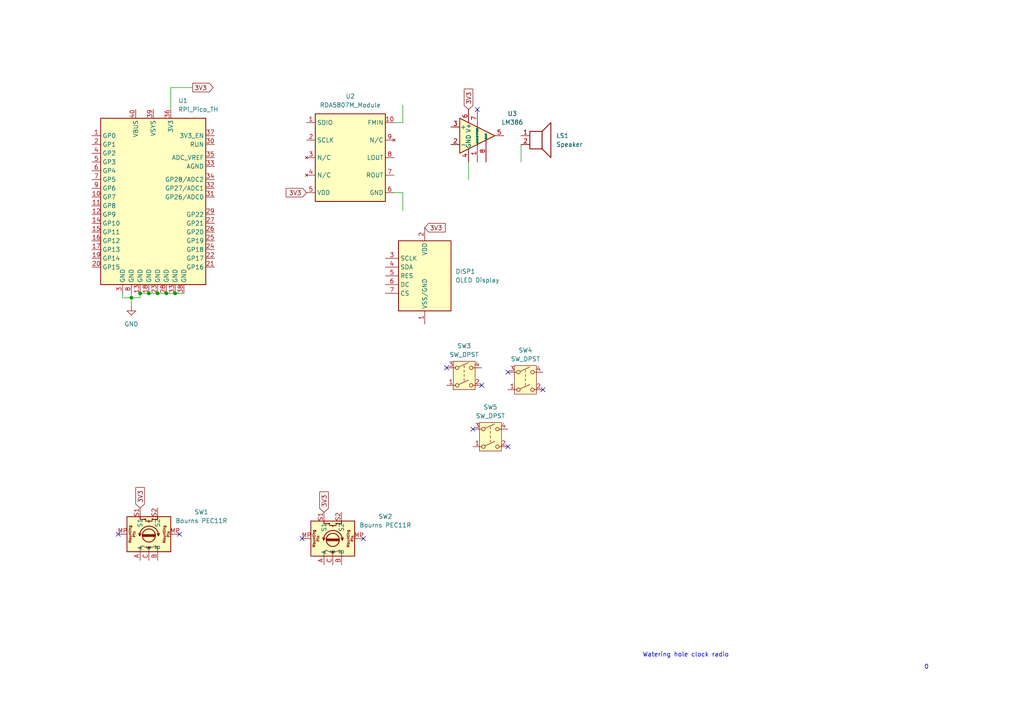
<source format=kicad_sch>
(kicad_sch
	(version 20250114)
	(generator "eeschema")
	(generator_version "9.0")
	(uuid "8b13b629-2587-4760-a406-cfaa0ffcd420")
	(paper "A4")
	(lib_symbols
		(symbol "Amplifier_Audio:LM386"
			(pin_names
				(offset 0.127)
			)
			(exclude_from_sim no)
			(in_bom yes)
			(on_board yes)
			(property "Reference" "U"
				(at 1.27 7.62 0)
				(effects
					(font
						(size 1.27 1.27)
					)
					(justify left)
				)
			)
			(property "Value" "LM386"
				(at 1.27 5.08 0)
				(effects
					(font
						(size 1.27 1.27)
					)
					(justify left)
				)
			)
			(property "Footprint" ""
				(at 2.54 2.54 0)
				(effects
					(font
						(size 1.27 1.27)
					)
					(hide yes)
				)
			)
			(property "Datasheet" "http://www.ti.com/lit/ds/symlink/lm386.pdf"
				(at 5.08 5.08 0)
				(effects
					(font
						(size 1.27 1.27)
					)
					(hide yes)
				)
			)
			(property "Description" "Low Voltage Audio Power Amplifier, DIP-8/SOIC-8/SSOP-8"
				(at 0 0 0)
				(effects
					(font
						(size 1.27 1.27)
					)
					(hide yes)
				)
			)
			(property "ki_keywords" "single Power opamp"
				(at 0 0 0)
				(effects
					(font
						(size 1.27 1.27)
					)
					(hide yes)
				)
			)
			(property "ki_fp_filters" "SOIC*3.9x4.9mm*P1.27mm* DIP*W7.62mm* MSSOP*P0.65mm* TSSOP*3x3mm*P0.5mm*"
				(at 0 0 0)
				(effects
					(font
						(size 1.27 1.27)
					)
					(hide yes)
				)
			)
			(symbol "LM386_0_1"
				(polyline
					(pts
						(xy 5.08 0) (xy -5.08 5.08) (xy -5.08 -5.08) (xy 5.08 0)
					)
					(stroke
						(width 0.254)
						(type default)
					)
					(fill
						(type background)
					)
				)
			)
			(symbol "LM386_1_1"
				(pin input line
					(at -7.62 2.54 0)
					(length 2.54)
					(name "+"
						(effects
							(font
								(size 1.27 1.27)
							)
						)
					)
					(number "3"
						(effects
							(font
								(size 1.27 1.27)
							)
						)
					)
				)
				(pin input line
					(at -7.62 -2.54 0)
					(length 2.54)
					(name "-"
						(effects
							(font
								(size 1.27 1.27)
							)
						)
					)
					(number "2"
						(effects
							(font
								(size 1.27 1.27)
							)
						)
					)
				)
				(pin power_in line
					(at -2.54 7.62 270)
					(length 3.81)
					(name "V+"
						(effects
							(font
								(size 1.27 1.27)
							)
						)
					)
					(number "6"
						(effects
							(font
								(size 1.27 1.27)
							)
						)
					)
				)
				(pin power_in line
					(at -2.54 -7.62 90)
					(length 3.81)
					(name "GND"
						(effects
							(font
								(size 1.27 1.27)
							)
						)
					)
					(number "4"
						(effects
							(font
								(size 1.27 1.27)
							)
						)
					)
				)
				(pin input line
					(at 0 7.62 270)
					(length 5.08)
					(name "BYPASS"
						(effects
							(font
								(size 0.508 0.508)
							)
						)
					)
					(number "7"
						(effects
							(font
								(size 1.27 1.27)
							)
						)
					)
				)
				(pin input line
					(at 0 -7.62 90)
					(length 5.08)
					(name "GAIN"
						(effects
							(font
								(size 0.508 0.508)
							)
						)
					)
					(number "1"
						(effects
							(font
								(size 1.27 1.27)
							)
						)
					)
				)
				(pin input line
					(at 2.54 -7.62 90)
					(length 6.35)
					(name "GAIN"
						(effects
							(font
								(size 0.508 0.508)
							)
						)
					)
					(number "8"
						(effects
							(font
								(size 1.27 1.27)
							)
						)
					)
				)
				(pin output line
					(at 7.62 0 180)
					(length 2.54)
					(name "~"
						(effects
							(font
								(size 1.27 1.27)
							)
						)
					)
					(number "5"
						(effects
							(font
								(size 1.27 1.27)
							)
						)
					)
				)
			)
			(embedded_fonts no)
		)
		(symbol "Bourns PEC11R_1"
			(exclude_from_sim no)
			(in_bom yes)
			(on_board yes)
			(property "Reference" "SW?"
				(at 7.62 7.62 0)
				(effects
					(font
						(size 1.27 1.27)
					)
					(justify left)
				)
			)
			(property "Value" "Bourns PEC11R"
				(at 7.62 5.08 0)
				(effects
					(font
						(size 1.27 1.27)
					)
					(justify left)
				)
			)
			(property "Footprint" "Rotary_Encoder:RotaryEncoder_Alps_EC12E-Switch_Vertical_H20mm"
				(at 39.37 -7.62 0)
				(effects
					(font
						(size 1.27 1.27)
					)
					(hide yes)
				)
			)
			(property "Datasheet" ""
				(at 0 0 90)
				(effects
					(font
						(size 1.27 1.27)
					)
					(hide yes)
				)
			)
			(property "Description" ""
				(at 0 0 0)
				(effects
					(font
						(size 1.27 1.27)
					)
					(hide yes)
				)
			)
			(symbol "Bourns PEC11R_1_0_0"
				(text "Mounting\nPin"
					(at -4.8504 0.0079 900)
					(effects
						(font
							(size 0.762 0.762)
						)
					)
				)
				(text "Mounting\nPin"
					(at 5.08 0 900)
					(effects
						(font
							(size 0.762 0.762)
						)
					)
				)
			)
			(symbol "Bourns PEC11R_1_0_1"
				(rectangle
					(start -6.35 5.08)
					(end 6.35 -5.08)
					(stroke
						(width 0.254)
						(type default)
					)
					(fill
						(type background)
					)
				)
				(polyline
					(pts
						(xy -2.921 0.254) (xy -2.667 -0.508) (xy -2.286 0.127)
					)
					(stroke
						(width 0.254)
						(type default)
					)
					(fill
						(type none)
					)
				)
				(polyline
					(pts
						(xy -2.54 5.08) (xy -2.54 4.318) (xy -1.016 4.318)
					)
					(stroke
						(width 0.254)
						(type default)
					)
					(fill
						(type none)
					)
				)
				(polyline
					(pts
						(xy -2.54 -5.08) (xy -2.54 -3.81) (xy -2.032 -3.81)
					)
					(stroke
						(width 0)
						(type default)
					)
					(fill
						(type none)
					)
				)
				(polyline
					(pts
						(xy -1.778 -0.127) (xy 1.778 -0.127)
					)
					(stroke
						(width 0.254)
						(type default)
					)
					(fill
						(type none)
					)
				)
				(circle
					(center -1.016 4.318)
					(radius 0.127)
					(stroke
						(width 0.254)
						(type default)
					)
					(fill
						(type none)
					)
				)
				(polyline
					(pts
						(xy -1.016 3.81) (xy 1.016 3.81)
					)
					(stroke
						(width 0.254)
						(type default)
					)
					(fill
						(type none)
					)
				)
				(polyline
					(pts
						(xy 0 3.81) (xy 0 3.429)
					)
					(stroke
						(width 0.254)
						(type default)
					)
					(fill
						(type none)
					)
				)
				(circle
					(center 0 -0.381)
					(radius 1.905)
					(stroke
						(width 0.254)
						(type default)
					)
					(fill
						(type none)
					)
				)
				(circle
					(center 0 -3.81)
					(radius 0.254)
					(stroke
						(width 0)
						(type default)
					)
					(fill
						(type outline)
					)
				)
				(polyline
					(pts
						(xy 0 -4.318) (xy 0 -3.81) (xy -1.016 -3.81) (xy -2.032 -3.302)
					)
					(stroke
						(width 0)
						(type default)
					)
					(fill
						(type none)
					)
				)
				(polyline
					(pts
						(xy 0 -5.08) (xy 0 -3.81) (xy 1.016 -3.81) (xy 2.032 -3.302)
					)
					(stroke
						(width 0)
						(type default)
					)
					(fill
						(type none)
					)
				)
				(arc
					(start -2.667 -0.381)
					(mid 0.0635 2.3376)
					(end 2.794 -0.381)
					(stroke
						(width 0.254)
						(type default)
					)
					(fill
						(type none)
					)
				)
				(circle
					(center 1.016 4.318)
					(radius 0.127)
					(stroke
						(width 0.254)
						(type default)
					)
					(fill
						(type none)
					)
				)
				(polyline
					(pts
						(xy 1.778 -0.381) (xy -1.778 -0.381)
					)
					(stroke
						(width 0.254)
						(type default)
					)
					(fill
						(type none)
					)
				)
				(polyline
					(pts
						(xy 1.778 -0.635) (xy -1.778 -0.635)
					)
					(stroke
						(width 0.254)
						(type default)
					)
					(fill
						(type none)
					)
				)
				(polyline
					(pts
						(xy 2.54 5.08) (xy 2.54 4.318) (xy 1.016 4.318)
					)
					(stroke
						(width 0.254)
						(type default)
					)
					(fill
						(type none)
					)
				)
				(polyline
					(pts
						(xy 2.54 -5.08) (xy 2.54 -3.81) (xy 2.032 -3.81)
					)
					(stroke
						(width 0)
						(type default)
					)
					(fill
						(type none)
					)
				)
				(polyline
					(pts
						(xy 3.048 0.254) (xy 2.794 -0.508) (xy 2.413 0.127)
					)
					(stroke
						(width 0.254)
						(type default)
					)
					(fill
						(type none)
					)
				)
			)
			(symbol "Bourns PEC11R_1_1_1"
				(pin passive line
					(at -8.89 0 0)
					(length 2.54)
					(name ""
						(effects
							(font
								(size 1.27 1.27)
							)
						)
					)
					(number "MP"
						(effects
							(font
								(size 1.27 1.27)
							)
						)
					)
				)
				(pin passive line
					(at -2.54 7.62 270)
					(length 2.54)
					(name "S1"
						(effects
							(font
								(size 1.27 1.27)
							)
						)
					)
					(number "S1"
						(effects
							(font
								(size 1.27 1.27)
							)
						)
					)
				)
				(pin passive line
					(at -2.54 -7.62 90)
					(length 2.54)
					(name "A"
						(effects
							(font
								(size 1.27 1.27)
							)
						)
					)
					(number "A"
						(effects
							(font
								(size 1.27 1.27)
							)
						)
					)
				)
				(pin passive line
					(at 0 -7.62 90)
					(length 2.54)
					(name "C"
						(effects
							(font
								(size 1.27 1.27)
							)
						)
					)
					(number "C"
						(effects
							(font
								(size 1.27 1.27)
							)
						)
					)
				)
				(pin passive line
					(at 2.54 7.62 270)
					(length 2.54)
					(name "S2"
						(effects
							(font
								(size 1.27 1.27)
							)
						)
					)
					(number "S2"
						(effects
							(font
								(size 1.27 1.27)
							)
						)
					)
				)
				(pin passive line
					(at 2.54 -7.62 90)
					(length 2.54)
					(name "B"
						(effects
							(font
								(size 1.27 1.27)
							)
						)
					)
					(number "B"
						(effects
							(font
								(size 1.27 1.27)
							)
						)
					)
				)
				(pin passive line
					(at 8.89 0 180)
					(length 2.54)
					(name ""
						(effects
							(font
								(size 1.27 1.27)
							)
						)
					)
					(number "MP"
						(effects
							(font
								(size 1.27 1.27)
							)
						)
					)
				)
			)
			(embedded_fonts no)
		)
		(symbol "Device:Speaker"
			(pin_names
				(offset 0)
				(hide yes)
			)
			(exclude_from_sim no)
			(in_bom yes)
			(on_board yes)
			(property "Reference" "LS"
				(at 1.27 5.715 0)
				(effects
					(font
						(size 1.27 1.27)
					)
					(justify right)
				)
			)
			(property "Value" "Speaker"
				(at 1.27 3.81 0)
				(effects
					(font
						(size 1.27 1.27)
					)
					(justify right)
				)
			)
			(property "Footprint" ""
				(at 0 -5.08 0)
				(effects
					(font
						(size 1.27 1.27)
					)
					(hide yes)
				)
			)
			(property "Datasheet" "~"
				(at -0.254 -1.27 0)
				(effects
					(font
						(size 1.27 1.27)
					)
					(hide yes)
				)
			)
			(property "Description" "Speaker"
				(at 0 0 0)
				(effects
					(font
						(size 1.27 1.27)
					)
					(hide yes)
				)
			)
			(property "ki_keywords" "speaker sound"
				(at 0 0 0)
				(effects
					(font
						(size 1.27 1.27)
					)
					(hide yes)
				)
			)
			(symbol "Speaker_0_0"
				(rectangle
					(start -2.54 1.27)
					(end 1.016 -3.81)
					(stroke
						(width 0.254)
						(type default)
					)
					(fill
						(type none)
					)
				)
				(polyline
					(pts
						(xy 1.016 1.27) (xy 3.556 3.81) (xy 3.556 -6.35) (xy 1.016 -3.81)
					)
					(stroke
						(width 0.254)
						(type default)
					)
					(fill
						(type none)
					)
				)
			)
			(symbol "Speaker_1_1"
				(pin input line
					(at -5.08 0 0)
					(length 2.54)
					(name "1"
						(effects
							(font
								(size 1.27 1.27)
							)
						)
					)
					(number "1"
						(effects
							(font
								(size 1.27 1.27)
							)
						)
					)
				)
				(pin input line
					(at -5.08 -2.54 0)
					(length 2.54)
					(name "2"
						(effects
							(font
								(size 1.27 1.27)
							)
						)
					)
					(number "2"
						(effects
							(font
								(size 1.27 1.27)
							)
						)
					)
				)
			)
			(embedded_fonts no)
		)
		(symbol "ECE:Bourns PEC11R"
			(exclude_from_sim no)
			(in_bom yes)
			(on_board yes)
			(property "Reference" "SW?"
				(at 7.62 7.62 0)
				(effects
					(font
						(size 1.27 1.27)
					)
					(justify left)
				)
			)
			(property "Value" "Bourns PEC11R"
				(at 7.62 5.08 0)
				(effects
					(font
						(size 1.27 1.27)
					)
					(justify left)
				)
			)
			(property "Footprint" "Rotary_Encoder:RotaryEncoder_Alps_EC12E-Switch_Vertical_H20mm"
				(at 39.37 -7.62 0)
				(effects
					(font
						(size 1.27 1.27)
					)
					(hide yes)
				)
			)
			(property "Datasheet" ""
				(at 0 0 90)
				(effects
					(font
						(size 1.27 1.27)
					)
					(hide yes)
				)
			)
			(property "Description" ""
				(at 0 0 0)
				(effects
					(font
						(size 1.27 1.27)
					)
					(hide yes)
				)
			)
			(symbol "Bourns PEC11R_0_0"
				(text "Mounting\nPin"
					(at -4.8504 0.0079 900)
					(effects
						(font
							(size 0.762 0.762)
						)
					)
				)
				(text "Mounting\nPin"
					(at 5.08 0 900)
					(effects
						(font
							(size 0.762 0.762)
						)
					)
				)
			)
			(symbol "Bourns PEC11R_0_1"
				(rectangle
					(start -6.35 5.08)
					(end 6.35 -5.08)
					(stroke
						(width 0.254)
						(type default)
					)
					(fill
						(type background)
					)
				)
				(polyline
					(pts
						(xy -2.921 0.254) (xy -2.667 -0.508) (xy -2.286 0.127)
					)
					(stroke
						(width 0.254)
						(type default)
					)
					(fill
						(type none)
					)
				)
				(polyline
					(pts
						(xy -2.54 5.08) (xy -2.54 4.318) (xy -1.016 4.318)
					)
					(stroke
						(width 0.254)
						(type default)
					)
					(fill
						(type none)
					)
				)
				(polyline
					(pts
						(xy -2.54 -5.08) (xy -2.54 -3.81) (xy -2.032 -3.81)
					)
					(stroke
						(width 0)
						(type default)
					)
					(fill
						(type none)
					)
				)
				(polyline
					(pts
						(xy -1.778 -0.127) (xy 1.778 -0.127)
					)
					(stroke
						(width 0.254)
						(type default)
					)
					(fill
						(type none)
					)
				)
				(circle
					(center -1.016 4.318)
					(radius 0.127)
					(stroke
						(width 0.254)
						(type default)
					)
					(fill
						(type none)
					)
				)
				(polyline
					(pts
						(xy -1.016 3.81) (xy 1.016 3.81)
					)
					(stroke
						(width 0.254)
						(type default)
					)
					(fill
						(type none)
					)
				)
				(polyline
					(pts
						(xy 0 3.81) (xy 0 3.429)
					)
					(stroke
						(width 0.254)
						(type default)
					)
					(fill
						(type none)
					)
				)
				(circle
					(center 0 -0.381)
					(radius 1.905)
					(stroke
						(width 0.254)
						(type default)
					)
					(fill
						(type none)
					)
				)
				(circle
					(center 0 -3.81)
					(radius 0.254)
					(stroke
						(width 0)
						(type default)
					)
					(fill
						(type outline)
					)
				)
				(polyline
					(pts
						(xy 0 -4.318) (xy 0 -3.81) (xy -1.016 -3.81) (xy -2.032 -3.302)
					)
					(stroke
						(width 0)
						(type default)
					)
					(fill
						(type none)
					)
				)
				(polyline
					(pts
						(xy 0 -5.08) (xy 0 -3.81) (xy 1.016 -3.81) (xy 2.032 -3.302)
					)
					(stroke
						(width 0)
						(type default)
					)
					(fill
						(type none)
					)
				)
				(arc
					(start -2.667 -0.381)
					(mid 0.0635 2.3376)
					(end 2.794 -0.381)
					(stroke
						(width 0.254)
						(type default)
					)
					(fill
						(type none)
					)
				)
				(circle
					(center 1.016 4.318)
					(radius 0.127)
					(stroke
						(width 0.254)
						(type default)
					)
					(fill
						(type none)
					)
				)
				(polyline
					(pts
						(xy 1.778 -0.381) (xy -1.778 -0.381)
					)
					(stroke
						(width 0.254)
						(type default)
					)
					(fill
						(type none)
					)
				)
				(polyline
					(pts
						(xy 1.778 -0.635) (xy -1.778 -0.635)
					)
					(stroke
						(width 0.254)
						(type default)
					)
					(fill
						(type none)
					)
				)
				(polyline
					(pts
						(xy 2.54 5.08) (xy 2.54 4.318) (xy 1.016 4.318)
					)
					(stroke
						(width 0.254)
						(type default)
					)
					(fill
						(type none)
					)
				)
				(polyline
					(pts
						(xy 2.54 -5.08) (xy 2.54 -3.81) (xy 2.032 -3.81)
					)
					(stroke
						(width 0)
						(type default)
					)
					(fill
						(type none)
					)
				)
				(polyline
					(pts
						(xy 3.048 0.254) (xy 2.794 -0.508) (xy 2.413 0.127)
					)
					(stroke
						(width 0.254)
						(type default)
					)
					(fill
						(type none)
					)
				)
			)
			(symbol "Bourns PEC11R_1_1"
				(pin passive line
					(at -8.89 0 0)
					(length 2.54)
					(name ""
						(effects
							(font
								(size 1.27 1.27)
							)
						)
					)
					(number "MP"
						(effects
							(font
								(size 1.27 1.27)
							)
						)
					)
				)
				(pin passive line
					(at -2.54 7.62 270)
					(length 2.54)
					(name "S1"
						(effects
							(font
								(size 1.27 1.27)
							)
						)
					)
					(number "S1"
						(effects
							(font
								(size 1.27 1.27)
							)
						)
					)
				)
				(pin passive line
					(at -2.54 -7.62 90)
					(length 2.54)
					(name "A"
						(effects
							(font
								(size 1.27 1.27)
							)
						)
					)
					(number "A"
						(effects
							(font
								(size 1.27 1.27)
							)
						)
					)
				)
				(pin passive line
					(at 0 -7.62 90)
					(length 2.54)
					(name "C"
						(effects
							(font
								(size 1.27 1.27)
							)
						)
					)
					(number "C"
						(effects
							(font
								(size 1.27 1.27)
							)
						)
					)
				)
				(pin passive line
					(at 2.54 7.62 270)
					(length 2.54)
					(name "S2"
						(effects
							(font
								(size 1.27 1.27)
							)
						)
					)
					(number "S2"
						(effects
							(font
								(size 1.27 1.27)
							)
						)
					)
				)
				(pin passive line
					(at 2.54 -7.62 90)
					(length 2.54)
					(name "B"
						(effects
							(font
								(size 1.27 1.27)
							)
						)
					)
					(number "B"
						(effects
							(font
								(size 1.27 1.27)
							)
						)
					)
				)
				(pin passive line
					(at 8.89 0 180)
					(length 2.54)
					(name ""
						(effects
							(font
								(size 1.27 1.27)
							)
						)
					)
					(number "MP"
						(effects
							(font
								(size 1.27 1.27)
							)
						)
					)
				)
			)
			(embedded_fonts no)
		)
		(symbol "ECE:OLED Display"
			(exclude_from_sim no)
			(in_bom yes)
			(on_board yes)
			(property "Reference" "DISP?"
				(at 8.89 -1.27 0)
				(effects
					(font
						(size 1.27 1.27)
					)
					(justify left)
				)
			)
			(property "Value" "OLED Display"
				(at 8.89 1.27 0)
				(effects
					(font
						(size 1.27 1.27)
					)
					(justify left)
				)
			)
			(property "Footprint" ""
				(at 0 0 0)
				(effects
					(font
						(size 1.27 1.27)
					)
					(hide yes)
				)
			)
			(property "Datasheet" ""
				(at 0 0 0)
				(effects
					(font
						(size 1.27 1.27)
					)
					(hide yes)
				)
			)
			(property "Description" ""
				(at 0 0 0)
				(effects
					(font
						(size 1.27 1.27)
					)
					(hide yes)
				)
			)
			(symbol "OLED Display_1_1"
				(rectangle
					(start -7.62 10.16)
					(end 7.62 -10.16)
					(stroke
						(width 0.254)
						(type default)
					)
					(fill
						(type background)
					)
				)
				(pin input line
					(at -11.43 5.08 0)
					(length 3.81)
					(name "SCLK"
						(effects
							(font
								(size 1.27 1.27)
							)
						)
					)
					(number "3"
						(effects
							(font
								(size 1.27 1.27)
							)
						)
					)
				)
				(pin output line
					(at -11.43 2.54 0)
					(length 3.81)
					(name "SDA"
						(effects
							(font
								(size 1.27 1.27)
							)
						)
					)
					(number "4"
						(effects
							(font
								(size 1.27 1.27)
							)
						)
					)
				)
				(pin input line
					(at -11.43 0 0)
					(length 3.81)
					(name "RES"
						(effects
							(font
								(size 1.27 1.27)
							)
						)
					)
					(number "5"
						(effects
							(font
								(size 1.27 1.27)
							)
						)
					)
				)
				(pin input line
					(at -11.43 -2.54 0)
					(length 3.81)
					(name "DC"
						(effects
							(font
								(size 1.27 1.27)
							)
						)
					)
					(number "6"
						(effects
							(font
								(size 1.27 1.27)
							)
						)
					)
				)
				(pin input line
					(at -11.43 -5.08 0)
					(length 3.81)
					(name "CS"
						(effects
							(font
								(size 1.27 1.27)
							)
						)
					)
					(number "7"
						(effects
							(font
								(size 1.27 1.27)
							)
						)
					)
				)
				(pin power_in line
					(at 0 13.97 270)
					(length 3.81)
					(name "VDD"
						(effects
							(font
								(size 1.27 1.27)
							)
						)
					)
					(number "2"
						(effects
							(font
								(size 1.27 1.27)
							)
						)
					)
				)
				(pin power_in line
					(at 0 -13.97 90)
					(length 3.81)
					(name "VSS/GND"
						(effects
							(font
								(size 1.27 1.27)
							)
						)
					)
					(number "1"
						(effects
							(font
								(size 1.27 1.27)
							)
						)
					)
				)
			)
			(embedded_fonts no)
		)
		(symbol "ECE:RDA5807M_Module"
			(exclude_from_sim no)
			(in_bom yes)
			(on_board yes)
			(property "Reference" "U"
				(at -8.89 16.51 0)
				(effects
					(font
						(size 1.27 1.27)
					)
					(justify left)
				)
			)
			(property "Value" "RDA5807M_Module"
				(at -8.89 13.97 0)
				(effects
					(font
						(size 1.27 1.27)
					)
					(justify left)
				)
			)
			(property "Footprint" "ECE:RDA5807M_Module_TH"
				(at 0 1.27 0)
				(effects
					(font
						(size 1.27 1.27)
					)
					(hide yes)
				)
			)
			(property "Datasheet" ""
				(at 0 1.27 0)
				(effects
					(font
						(size 1.27 1.27)
					)
					(hide yes)
				)
			)
			(property "Description" ""
				(at 0 0 0)
				(effects
					(font
						(size 1.27 1.27)
					)
					(hide yes)
				)
			)
			(property "ki_fp_filters" "RDA5807M_Module_SM RDA5807M_Module_TH"
				(at 0 0 0)
				(effects
					(font
						(size 1.27 1.27)
					)
					(hide yes)
				)
			)
			(symbol "RDA5807M_Module_0_1"
				(rectangle
					(start -10.16 12.7)
					(end 10.16 -12.7)
					(stroke
						(width 0.254)
						(type default)
					)
					(fill
						(type background)
					)
				)
			)
			(symbol "RDA5807M_Module_1_1"
				(pin bidirectional line
					(at -12.7 10.16 0)
					(length 2.54)
					(name "SDIO"
						(effects
							(font
								(size 1.27 1.27)
							)
						)
					)
					(number "1"
						(effects
							(font
								(size 1.27 1.27)
							)
						)
					)
				)
				(pin input line
					(at -12.7 5.08 0)
					(length 2.54)
					(name "SCLK"
						(effects
							(font
								(size 1.27 1.27)
							)
						)
					)
					(number "2"
						(effects
							(font
								(size 1.27 1.27)
							)
						)
					)
				)
				(pin no_connect line
					(at -12.7 0 0)
					(length 2.54)
					(name "N/C"
						(effects
							(font
								(size 1.27 1.27)
							)
						)
					)
					(number "3"
						(effects
							(font
								(size 1.27 1.27)
							)
						)
					)
				)
				(pin no_connect line
					(at -12.7 -5.08 0)
					(length 2.54)
					(name "N/C"
						(effects
							(font
								(size 1.27 1.27)
							)
						)
					)
					(number "4"
						(effects
							(font
								(size 1.27 1.27)
							)
						)
					)
				)
				(pin power_in line
					(at -12.7 -10.16 0)
					(length 2.54)
					(name "VDD"
						(effects
							(font
								(size 1.27 1.27)
							)
						)
					)
					(number "5"
						(effects
							(font
								(size 1.27 1.27)
							)
						)
					)
				)
				(pin input line
					(at 12.7 10.16 180)
					(length 2.54)
					(name "FMIN"
						(effects
							(font
								(size 1.27 1.27)
							)
						)
					)
					(number "10"
						(effects
							(font
								(size 1.27 1.27)
							)
						)
					)
				)
				(pin no_connect line
					(at 12.7 5.08 180)
					(length 2.54)
					(name "N/C"
						(effects
							(font
								(size 1.27 1.27)
							)
						)
					)
					(number "9"
						(effects
							(font
								(size 1.27 1.27)
							)
						)
					)
				)
				(pin output line
					(at 12.7 0 180)
					(length 2.54)
					(name "LOUT"
						(effects
							(font
								(size 1.27 1.27)
							)
						)
					)
					(number "8"
						(effects
							(font
								(size 1.27 1.27)
							)
						)
					)
				)
				(pin output line
					(at 12.7 -5.08 180)
					(length 2.54)
					(name "ROUT"
						(effects
							(font
								(size 1.27 1.27)
							)
						)
					)
					(number "7"
						(effects
							(font
								(size 1.27 1.27)
							)
						)
					)
				)
				(pin power_in line
					(at 12.7 -10.16 180)
					(length 2.54)
					(name "GND"
						(effects
							(font
								(size 1.27 1.27)
							)
						)
					)
					(number "6"
						(effects
							(font
								(size 1.27 1.27)
							)
						)
					)
				)
			)
			(embedded_fonts no)
		)
		(symbol "ECE:RPi_Pico_TH"
			(exclude_from_sim no)
			(in_bom yes)
			(on_board yes)
			(property "Reference" "U?"
				(at 0 1.27 0)
				(effects
					(font
						(size 1.27 1.27)
					)
				)
			)
			(property "Value" "RPi_Pico_TH"
				(at 0 -1.27 0)
				(effects
					(font
						(size 1.27 1.27)
					)
				)
			)
			(property "Footprint" "ECE:RPi_Pico_TH"
				(at 0 -3.81 0)
				(effects
					(font
						(size 1.27 1.27)
					)
					(hide yes)
				)
			)
			(property "Datasheet" ""
				(at 0 -2.54 0)
				(effects
					(font
						(size 1.27 1.27)
					)
					(hide yes)
				)
			)
			(property "Description" "Raspberry Pi Pico"
				(at 0 0 0)
				(effects
					(font
						(size 1.27 1.27)
					)
					(hide yes)
				)
			)
			(property "ki_keywords" "Raspberry Pi Pico"
				(at 0 0 0)
				(effects
					(font
						(size 1.27 1.27)
					)
					(hide yes)
				)
			)
			(symbol "RPi_Pico_TH_0_1"
				(rectangle
					(start -15.24 24.13)
					(end 15.24 -24.13)
					(stroke
						(width 0.254)
						(type default)
					)
					(fill
						(type background)
					)
				)
			)
			(symbol "RPi_Pico_TH_1_1"
				(pin bidirectional line
					(at -17.78 19.05 0)
					(length 2.54)
					(name "GP0"
						(effects
							(font
								(size 1.27 1.27)
							)
						)
					)
					(number "1"
						(effects
							(font
								(size 1.27 1.27)
							)
						)
					)
				)
				(pin bidirectional line
					(at -17.78 16.51 0)
					(length 2.54)
					(name "GP1"
						(effects
							(font
								(size 1.27 1.27)
							)
						)
					)
					(number "2"
						(effects
							(font
								(size 1.27 1.27)
							)
						)
					)
				)
				(pin bidirectional line
					(at -17.78 13.97 0)
					(length 2.54)
					(name "GP2"
						(effects
							(font
								(size 1.27 1.27)
							)
						)
					)
					(number "4"
						(effects
							(font
								(size 1.27 1.27)
							)
						)
					)
				)
				(pin bidirectional line
					(at -17.78 11.43 0)
					(length 2.54)
					(name "GP3"
						(effects
							(font
								(size 1.27 1.27)
							)
						)
					)
					(number "5"
						(effects
							(font
								(size 1.27 1.27)
							)
						)
					)
				)
				(pin bidirectional line
					(at -17.78 8.89 0)
					(length 2.54)
					(name "GP4"
						(effects
							(font
								(size 1.27 1.27)
							)
						)
					)
					(number "6"
						(effects
							(font
								(size 1.27 1.27)
							)
						)
					)
				)
				(pin bidirectional line
					(at -17.78 6.35 0)
					(length 2.54)
					(name "GP5"
						(effects
							(font
								(size 1.27 1.27)
							)
						)
					)
					(number "7"
						(effects
							(font
								(size 1.27 1.27)
							)
						)
					)
				)
				(pin bidirectional line
					(at -17.78 3.81 0)
					(length 2.54)
					(name "GP6"
						(effects
							(font
								(size 1.27 1.27)
							)
						)
					)
					(number "9"
						(effects
							(font
								(size 1.27 1.27)
							)
						)
					)
				)
				(pin bidirectional line
					(at -17.78 1.27 0)
					(length 2.54)
					(name "GP7"
						(effects
							(font
								(size 1.27 1.27)
							)
						)
					)
					(number "10"
						(effects
							(font
								(size 1.27 1.27)
							)
						)
					)
				)
				(pin bidirectional line
					(at -17.78 -1.27 0)
					(length 2.54)
					(name "GP8"
						(effects
							(font
								(size 1.27 1.27)
							)
						)
					)
					(number "11"
						(effects
							(font
								(size 1.27 1.27)
							)
						)
					)
				)
				(pin bidirectional line
					(at -17.78 -3.81 0)
					(length 2.54)
					(name "GP9"
						(effects
							(font
								(size 1.27 1.27)
							)
						)
					)
					(number "12"
						(effects
							(font
								(size 1.27 1.27)
							)
						)
					)
				)
				(pin bidirectional line
					(at -17.78 -6.35 0)
					(length 2.54)
					(name "GP10"
						(effects
							(font
								(size 1.27 1.27)
							)
						)
					)
					(number "14"
						(effects
							(font
								(size 1.27 1.27)
							)
						)
					)
				)
				(pin bidirectional line
					(at -17.78 -8.89 0)
					(length 2.54)
					(name "GP11"
						(effects
							(font
								(size 1.27 1.27)
							)
						)
					)
					(number "15"
						(effects
							(font
								(size 1.27 1.27)
							)
						)
					)
				)
				(pin bidirectional line
					(at -17.78 -11.43 0)
					(length 2.54)
					(name "GP12"
						(effects
							(font
								(size 1.27 1.27)
							)
						)
					)
					(number "16"
						(effects
							(font
								(size 1.27 1.27)
							)
						)
					)
				)
				(pin bidirectional line
					(at -17.78 -13.97 0)
					(length 2.54)
					(name "GP13"
						(effects
							(font
								(size 1.27 1.27)
							)
						)
					)
					(number "17"
						(effects
							(font
								(size 1.27 1.27)
							)
						)
					)
				)
				(pin bidirectional line
					(at -17.78 -16.51 0)
					(length 2.54)
					(name "GP14"
						(effects
							(font
								(size 1.27 1.27)
							)
						)
					)
					(number "19"
						(effects
							(font
								(size 1.27 1.27)
							)
						)
					)
				)
				(pin bidirectional line
					(at -17.78 -19.05 0)
					(length 2.54)
					(name "GP15"
						(effects
							(font
								(size 1.27 1.27)
							)
						)
					)
					(number "20"
						(effects
							(font
								(size 1.27 1.27)
							)
						)
					)
				)
				(pin power_in line
					(at -8.89 -26.67 90)
					(length 2.54)
					(name "GND"
						(effects
							(font
								(size 1.27 1.27)
							)
						)
					)
					(number "3"
						(effects
							(font
								(size 1.27 1.27)
							)
						)
					)
				)
				(pin power_in line
					(at -6.35 -26.67 90)
					(length 2.54)
					(name "GND"
						(effects
							(font
								(size 1.27 1.27)
							)
						)
					)
					(number "8"
						(effects
							(font
								(size 1.27 1.27)
							)
						)
					)
				)
				(pin power_in line
					(at -5.08 26.67 270)
					(length 2.54)
					(name "VBUS"
						(effects
							(font
								(size 1.27 1.27)
							)
						)
					)
					(number "40"
						(effects
							(font
								(size 1.27 1.27)
							)
						)
					)
				)
				(pin power_in line
					(at -3.81 -26.67 90)
					(length 2.54)
					(name "GND"
						(effects
							(font
								(size 1.27 1.27)
							)
						)
					)
					(number "13"
						(effects
							(font
								(size 1.27 1.27)
							)
						)
					)
				)
				(pin power_in line
					(at -1.27 -26.67 90)
					(length 2.54)
					(name "GND"
						(effects
							(font
								(size 1.27 1.27)
							)
						)
					)
					(number "18"
						(effects
							(font
								(size 1.27 1.27)
							)
						)
					)
				)
				(pin power_out line
					(at 0 26.67 270)
					(length 2.54)
					(name "VSYS"
						(effects
							(font
								(size 1.27 1.27)
							)
						)
					)
					(number "39"
						(effects
							(font
								(size 1.27 1.27)
							)
						)
					)
				)
				(pin power_in line
					(at 1.27 -26.67 90)
					(length 2.54)
					(name "GND"
						(effects
							(font
								(size 1.27 1.27)
							)
						)
					)
					(number "23"
						(effects
							(font
								(size 1.27 1.27)
							)
						)
					)
				)
				(pin power_in line
					(at 3.81 -26.67 90)
					(length 2.54)
					(name "GND"
						(effects
							(font
								(size 1.27 1.27)
							)
						)
					)
					(number "28"
						(effects
							(font
								(size 1.27 1.27)
							)
						)
					)
				)
				(pin power_out line
					(at 5.08 26.67 270)
					(length 2.54)
					(name "3V3"
						(effects
							(font
								(size 1.27 1.27)
							)
						)
					)
					(number "36"
						(effects
							(font
								(size 1.27 1.27)
							)
						)
					)
				)
				(pin power_in line
					(at 6.35 -26.67 90)
					(length 2.54)
					(name "GND"
						(effects
							(font
								(size 1.27 1.27)
							)
						)
					)
					(number "33"
						(effects
							(font
								(size 1.27 1.27)
							)
						)
					)
				)
				(pin power_in line
					(at 8.89 -26.67 90)
					(length 2.54)
					(name "GND"
						(effects
							(font
								(size 1.27 1.27)
							)
						)
					)
					(number "38"
						(effects
							(font
								(size 1.27 1.27)
							)
						)
					)
				)
				(pin input line
					(at 17.78 19.05 180)
					(length 2.54)
					(name "3V3_EN"
						(effects
							(font
								(size 1.27 1.27)
							)
						)
					)
					(number "37"
						(effects
							(font
								(size 1.27 1.27)
							)
						)
					)
				)
				(pin input line
					(at 17.78 16.51 180)
					(length 2.54)
					(name "RUN"
						(effects
							(font
								(size 1.27 1.27)
							)
						)
					)
					(number "30"
						(effects
							(font
								(size 1.27 1.27)
							)
						)
					)
				)
				(pin power_in line
					(at 17.78 12.7 180)
					(length 2.54)
					(name "ADC_VREF"
						(effects
							(font
								(size 1.27 1.27)
							)
						)
					)
					(number "35"
						(effects
							(font
								(size 1.27 1.27)
							)
						)
					)
				)
				(pin power_in line
					(at 17.78 10.16 180)
					(length 2.54)
					(name "AGND"
						(effects
							(font
								(size 1.27 1.27)
							)
						)
					)
					(number "33"
						(effects
							(font
								(size 1.27 1.27)
							)
						)
					)
				)
				(pin bidirectional line
					(at 17.78 6.35 180)
					(length 2.54)
					(name "GP28/ADC2"
						(effects
							(font
								(size 1.27 1.27)
							)
						)
					)
					(number "34"
						(effects
							(font
								(size 1.27 1.27)
							)
						)
					)
				)
				(pin bidirectional line
					(at 17.78 3.81 180)
					(length 2.54)
					(name "GP27/ADC1"
						(effects
							(font
								(size 1.27 1.27)
							)
						)
					)
					(number "32"
						(effects
							(font
								(size 1.27 1.27)
							)
						)
					)
				)
				(pin bidirectional line
					(at 17.78 1.27 180)
					(length 2.54)
					(name "GP26/ADC0"
						(effects
							(font
								(size 1.27 1.27)
							)
						)
					)
					(number "31"
						(effects
							(font
								(size 1.27 1.27)
							)
						)
					)
				)
				(pin bidirectional line
					(at 17.78 -3.81 180)
					(length 2.54)
					(name "GP22"
						(effects
							(font
								(size 1.27 1.27)
							)
						)
					)
					(number "29"
						(effects
							(font
								(size 1.27 1.27)
							)
						)
					)
				)
				(pin bidirectional line
					(at 17.78 -6.35 180)
					(length 2.54)
					(name "GP21"
						(effects
							(font
								(size 1.27 1.27)
							)
						)
					)
					(number "27"
						(effects
							(font
								(size 1.27 1.27)
							)
						)
					)
				)
				(pin bidirectional line
					(at 17.78 -8.89 180)
					(length 2.54)
					(name "GP20"
						(effects
							(font
								(size 1.27 1.27)
							)
						)
					)
					(number "26"
						(effects
							(font
								(size 1.27 1.27)
							)
						)
					)
				)
				(pin bidirectional line
					(at 17.78 -11.43 180)
					(length 2.54)
					(name "GP19"
						(effects
							(font
								(size 1.27 1.27)
							)
						)
					)
					(number "25"
						(effects
							(font
								(size 1.27 1.27)
							)
						)
					)
				)
				(pin bidirectional line
					(at 17.78 -13.97 180)
					(length 2.54)
					(name "GP18"
						(effects
							(font
								(size 1.27 1.27)
							)
						)
					)
					(number "24"
						(effects
							(font
								(size 1.27 1.27)
							)
						)
					)
				)
				(pin bidirectional line
					(at 17.78 -16.51 180)
					(length 2.54)
					(name "GP17"
						(effects
							(font
								(size 1.27 1.27)
							)
						)
					)
					(number "22"
						(effects
							(font
								(size 1.27 1.27)
							)
						)
					)
				)
				(pin bidirectional line
					(at 17.78 -19.05 180)
					(length 2.54)
					(name "GP16"
						(effects
							(font
								(size 1.27 1.27)
							)
						)
					)
					(number "21"
						(effects
							(font
								(size 1.27 1.27)
							)
						)
					)
				)
			)
			(embedded_fonts no)
		)
		(symbol "Switch:SW_DPST"
			(pin_names
				(offset 0)
				(hide yes)
			)
			(exclude_from_sim no)
			(in_bom yes)
			(on_board yes)
			(property "Reference" "SW"
				(at 0 6.35 0)
				(effects
					(font
						(size 1.27 1.27)
					)
				)
			)
			(property "Value" "SW_DPST"
				(at 0 -5.08 0)
				(effects
					(font
						(size 1.27 1.27)
					)
				)
			)
			(property "Footprint" ""
				(at 0 0 0)
				(effects
					(font
						(size 1.27 1.27)
					)
					(hide yes)
				)
			)
			(property "Datasheet" "~"
				(at 0 0 0)
				(effects
					(font
						(size 1.27 1.27)
					)
					(hide yes)
				)
			)
			(property "Description" "Double Pole Single Throw (DPST) Switch"
				(at 0 0 0)
				(effects
					(font
						(size 1.27 1.27)
					)
					(hide yes)
				)
			)
			(property "ki_keywords" "switch dual double-pole single-throw OFF-ON"
				(at 0 0 0)
				(effects
					(font
						(size 1.27 1.27)
					)
					(hide yes)
				)
			)
			(symbol "SW_DPST_0_0"
				(circle
					(center -2.032 2.54)
					(radius 0.508)
					(stroke
						(width 0)
						(type default)
					)
					(fill
						(type none)
					)
				)
				(circle
					(center -2.032 -2.54)
					(radius 0.508)
					(stroke
						(width 0)
						(type default)
					)
					(fill
						(type none)
					)
				)
				(polyline
					(pts
						(xy -1.524 2.794) (xy 1.27 4.064)
					)
					(stroke
						(width 0)
						(type default)
					)
					(fill
						(type none)
					)
				)
				(polyline
					(pts
						(xy -1.524 -2.286) (xy 1.27 -1.016)
					)
					(stroke
						(width 0)
						(type default)
					)
					(fill
						(type none)
					)
				)
				(polyline
					(pts
						(xy 0 2.54) (xy 0 3.175)
					)
					(stroke
						(width 0)
						(type default)
					)
					(fill
						(type none)
					)
				)
				(polyline
					(pts
						(xy 0 1.27) (xy 0 1.905)
					)
					(stroke
						(width 0)
						(type default)
					)
					(fill
						(type none)
					)
				)
				(polyline
					(pts
						(xy 0 0) (xy 0 0.635)
					)
					(stroke
						(width 0)
						(type default)
					)
					(fill
						(type none)
					)
				)
				(polyline
					(pts
						(xy 0 -1.27) (xy 0 -0.635)
					)
					(stroke
						(width 0)
						(type default)
					)
					(fill
						(type none)
					)
				)
				(circle
					(center 2.032 2.54)
					(radius 0.508)
					(stroke
						(width 0)
						(type default)
					)
					(fill
						(type none)
					)
				)
				(circle
					(center 2.032 -2.54)
					(radius 0.508)
					(stroke
						(width 0)
						(type default)
					)
					(fill
						(type none)
					)
				)
			)
			(symbol "SW_DPST_1_1"
				(rectangle
					(start -3.175 4.445)
					(end 3.175 -3.81)
					(stroke
						(width 0)
						(type default)
					)
					(fill
						(type background)
					)
				)
				(pin passive line
					(at -5.08 2.54 0)
					(length 2.54)
					(name "3"
						(effects
							(font
								(size 1.27 1.27)
							)
						)
					)
					(number "3"
						(effects
							(font
								(size 1.27 1.27)
							)
						)
					)
				)
				(pin passive line
					(at -5.08 -2.54 0)
					(length 2.54)
					(name "1"
						(effects
							(font
								(size 1.27 1.27)
							)
						)
					)
					(number "1"
						(effects
							(font
								(size 1.27 1.27)
							)
						)
					)
				)
				(pin passive line
					(at 5.08 2.54 180)
					(length 2.54)
					(name "4"
						(effects
							(font
								(size 1.27 1.27)
							)
						)
					)
					(number "4"
						(effects
							(font
								(size 1.27 1.27)
							)
						)
					)
				)
				(pin passive line
					(at 5.08 -2.54 180)
					(length 2.54)
					(name "2"
						(effects
							(font
								(size 1.27 1.27)
							)
						)
					)
					(number "2"
						(effects
							(font
								(size 1.27 1.27)
							)
						)
					)
				)
			)
			(embedded_fonts no)
		)
		(symbol "power:GND"
			(power)
			(pin_numbers
				(hide yes)
			)
			(pin_names
				(offset 0)
				(hide yes)
			)
			(exclude_from_sim no)
			(in_bom yes)
			(on_board yes)
			(property "Reference" "#PWR"
				(at 0 -6.35 0)
				(effects
					(font
						(size 1.27 1.27)
					)
					(hide yes)
				)
			)
			(property "Value" "GND"
				(at 0 -3.81 0)
				(effects
					(font
						(size 1.27 1.27)
					)
				)
			)
			(property "Footprint" ""
				(at 0 0 0)
				(effects
					(font
						(size 1.27 1.27)
					)
					(hide yes)
				)
			)
			(property "Datasheet" ""
				(at 0 0 0)
				(effects
					(font
						(size 1.27 1.27)
					)
					(hide yes)
				)
			)
			(property "Description" "Power symbol creates a global label with name \"GND\" , ground"
				(at 0 0 0)
				(effects
					(font
						(size 1.27 1.27)
					)
					(hide yes)
				)
			)
			(property "ki_keywords" "global power"
				(at 0 0 0)
				(effects
					(font
						(size 1.27 1.27)
					)
					(hide yes)
				)
			)
			(symbol "GND_0_1"
				(polyline
					(pts
						(xy 0 0) (xy 0 -1.27) (xy 1.27 -1.27) (xy 0 -2.54) (xy -1.27 -1.27) (xy 0 -1.27)
					)
					(stroke
						(width 0)
						(type default)
					)
					(fill
						(type none)
					)
				)
			)
			(symbol "GND_1_1"
				(pin power_in line
					(at 0 0 270)
					(length 0)
					(name "~"
						(effects
							(font
								(size 1.27 1.27)
							)
						)
					)
					(number "1"
						(effects
							(font
								(size 1.27 1.27)
							)
						)
					)
				)
			)
			(embedded_fonts no)
		)
	)
	(text "0"
		(exclude_from_sim no)
		(at 268.732 193.548 0)
		(effects
			(font
				(size 1.27 1.27)
			)
		)
		(uuid "c9e6b157-595d-4d64-9efb-5c5922cee1df")
	)
	(text "Watering hole clock radio"
		(exclude_from_sim no)
		(at 198.882 189.992 0)
		(effects
			(font
				(size 1.27 1.27)
			)
		)
		(uuid "ed8de070-d488-4413-82d7-2405221ffa93")
	)
	(junction
		(at 50.8 85.09)
		(diameter 0)
		(color 0 0 0 0)
		(uuid "1718c0af-9111-4060-b324-01c52a4262bf")
	)
	(junction
		(at 45.72 85.09)
		(diameter 0)
		(color 0 0 0 0)
		(uuid "2c091059-4e83-4c75-a40c-c447164666dc")
	)
	(junction
		(at 48.26 85.09)
		(diameter 0)
		(color 0 0 0 0)
		(uuid "c3c6a77c-dcb9-4a23-9795-989c73d76220")
	)
	(junction
		(at 38.1 86.36)
		(diameter 0)
		(color 0 0 0 0)
		(uuid "d7222236-bc8c-4c3e-a6c6-fe6f3f1fbc43")
	)
	(junction
		(at 40.64 85.09)
		(diameter 0)
		(color 0 0 0 0)
		(uuid "ea726b81-4c14-482e-89a6-446f3c245921")
	)
	(junction
		(at 43.18 85.09)
		(diameter 0)
		(color 0 0 0 0)
		(uuid "fb3cff07-2073-40a5-84d5-09b3d6ae05ca")
	)
	(no_connect
		(at 157.48 113.03)
		(uuid "1065e438-24f8-48a8-bbfb-561d36b282c8")
	)
	(no_connect
		(at 129.54 106.68)
		(uuid "2f282480-fed8-4916-b63b-e781e6210ecf")
	)
	(no_connect
		(at 137.16 124.46)
		(uuid "680627e8-b40d-42eb-b951-8ccd386bd8f0")
	)
	(no_connect
		(at 138.43 31.75)
		(uuid "719a5ff3-b270-4249-967e-e12bb66e6ab9")
	)
	(no_connect
		(at 139.7 111.76)
		(uuid "823bbb57-fb2a-47ba-87a6-76a8fef87eea")
	)
	(no_connect
		(at 87.63 156.21)
		(uuid "8cbc5ab9-2b0b-4f4c-b77b-10f2ce60e75f")
	)
	(no_connect
		(at 105.41 156.21)
		(uuid "a7c88076-25a7-4f23-9ce5-f4a096247957")
	)
	(no_connect
		(at 52.07 154.94)
		(uuid "d21f5fce-9afc-41b5-8037-71275b172db7")
	)
	(no_connect
		(at 147.32 129.54)
		(uuid "d2e847b4-cb08-490f-90d4-dd92a32109a0")
	)
	(no_connect
		(at 147.32 107.95)
		(uuid "e9d6da74-c131-42ff-afe7-f6ed6f46b79b")
	)
	(no_connect
		(at 34.29 154.94)
		(uuid "fae73b9d-b715-4f52-b2ab-7ca45cb30bd3")
	)
	(wire
		(pts
			(xy 35.56 85.09) (xy 35.56 86.36)
		)
		(stroke
			(width 0)
			(type default)
		)
		(uuid "18586db7-4f17-47a7-b96d-7c0e460721de")
	)
	(wire
		(pts
			(xy 49.53 31.75) (xy 49.53 25.4)
		)
		(stroke
			(width 0)
			(type default)
		)
		(uuid "1902fa41-f472-416a-aa17-b3d610b8ad92")
	)
	(wire
		(pts
			(xy 116.84 55.88) (xy 116.84 60.96)
		)
		(stroke
			(width 0)
			(type default)
		)
		(uuid "1a02da7d-346f-4e63-b3af-72b60817c635")
	)
	(wire
		(pts
			(xy 114.3 55.88) (xy 116.84 55.88)
		)
		(stroke
			(width 0)
			(type default)
		)
		(uuid "402431c5-856c-4924-bd09-0eaa6710ea90")
	)
	(wire
		(pts
			(xy 151.13 41.91) (xy 151.13 46.99)
		)
		(stroke
			(width 0)
			(type default)
		)
		(uuid "5969f44a-8385-4369-a899-f56f207c6c8d")
	)
	(wire
		(pts
			(xy 40.64 85.09) (xy 43.18 85.09)
		)
		(stroke
			(width 0)
			(type default)
		)
		(uuid "70473903-5717-49cd-a6d5-e23a7e5d58ef")
	)
	(wire
		(pts
			(xy 38.1 86.36) (xy 38.1 85.09)
		)
		(stroke
			(width 0)
			(type default)
		)
		(uuid "860d8620-7c27-4213-a50f-579b95d4fd4c")
	)
	(wire
		(pts
			(xy 40.64 85.09) (xy 40.64 86.36)
		)
		(stroke
			(width 0)
			(type default)
		)
		(uuid "86aba6cd-fb08-4448-834c-8fddc4630935")
	)
	(wire
		(pts
			(xy 135.89 46.99) (xy 135.89 52.07)
		)
		(stroke
			(width 0)
			(type default)
		)
		(uuid "9934046b-978e-4ba9-92cf-e1b801f59f25")
	)
	(wire
		(pts
			(xy 48.26 85.09) (xy 50.8 85.09)
		)
		(stroke
			(width 0)
			(type default)
		)
		(uuid "9d256234-d47c-417d-8f42-2421aa68085e")
	)
	(wire
		(pts
			(xy 49.53 25.4) (xy 55.88 25.4)
		)
		(stroke
			(width 0)
			(type default)
		)
		(uuid "a66efdea-b6c9-4be1-adbb-be5779dd7b7e")
	)
	(wire
		(pts
			(xy 43.18 85.09) (xy 45.72 85.09)
		)
		(stroke
			(width 0)
			(type default)
		)
		(uuid "a7fafa96-e3ed-400f-b5ac-0f4005a1c003")
	)
	(wire
		(pts
			(xy 114.3 35.56) (xy 116.84 35.56)
		)
		(stroke
			(width 0)
			(type default)
		)
		(uuid "af7067ed-7080-470d-8e3a-25722a2851f3")
	)
	(wire
		(pts
			(xy 35.56 86.36) (xy 38.1 86.36)
		)
		(stroke
			(width 0)
			(type default)
		)
		(uuid "b0de7d1f-994c-485f-a875-60ee98ceb837")
	)
	(wire
		(pts
			(xy 38.1 88.9) (xy 38.1 86.36)
		)
		(stroke
			(width 0)
			(type default)
		)
		(uuid "b225d026-461c-44b3-8775-86cd37569064")
	)
	(wire
		(pts
			(xy 45.72 85.09) (xy 48.26 85.09)
		)
		(stroke
			(width 0)
			(type default)
		)
		(uuid "ce453fc3-439e-4df0-ab13-093a411ba8f5")
	)
	(wire
		(pts
			(xy 40.64 86.36) (xy 38.1 86.36)
		)
		(stroke
			(width 0)
			(type default)
		)
		(uuid "d6a183eb-9dc0-4577-aa94-784393375c6c")
	)
	(wire
		(pts
			(xy 50.8 85.09) (xy 53.34 85.09)
		)
		(stroke
			(width 0)
			(type default)
		)
		(uuid "e4ddf9c0-dd87-48fa-9a3b-780426fbf59f")
	)
	(wire
		(pts
			(xy 116.84 30.48) (xy 116.84 35.56)
		)
		(stroke
			(width 0)
			(type default)
		)
		(uuid "fa04d7ce-2c18-4495-a185-60d4004a1f60")
	)
	(global_label "3V3"
		(shape input)
		(at 93.98 148.59 90)
		(fields_autoplaced yes)
		(effects
			(font
				(size 1.27 1.27)
			)
			(justify left)
		)
		(uuid "679dacb0-4a76-4920-8fc1-7743da91efce")
		(property "Intersheetrefs" "${INTERSHEET_REFS}"
			(at 93.98 142.0972 90)
			(effects
				(font
					(size 1.27 1.27)
				)
				(justify left)
				(hide yes)
			)
		)
	)
	(global_label "3V3"
		(shape input)
		(at 123.19 66.04 0)
		(fields_autoplaced yes)
		(effects
			(font
				(size 1.27 1.27)
			)
			(justify left)
		)
		(uuid "7e6d232e-d3e7-42ae-8c90-71167e4c8193")
		(property "Intersheetrefs" "${INTERSHEET_REFS}"
			(at 129.6828 66.04 0)
			(effects
				(font
					(size 1.27 1.27)
				)
				(justify left)
				(hide yes)
			)
		)
	)
	(global_label "3V3"
		(shape output)
		(at 55.88 25.4 0)
		(fields_autoplaced yes)
		(effects
			(font
				(size 1.27 1.27)
			)
			(justify left)
		)
		(uuid "7f98da00-466b-4f6c-ac3c-a59d4d74618f")
		(property "Intersheetrefs" "${INTERSHEET_REFS}"
			(at 62.3728 25.4 0)
			(effects
				(font
					(size 1.27 1.27)
				)
				(justify left)
				(hide yes)
			)
		)
	)
	(global_label "3V3"
		(shape input)
		(at 88.9 55.88 180)
		(fields_autoplaced yes)
		(effects
			(font
				(size 1.27 1.27)
			)
			(justify right)
		)
		(uuid "adce2d8f-a891-43ef-8883-b066ddf01fa7")
		(property "Intersheetrefs" "${INTERSHEET_REFS}"
			(at 82.4072 55.88 0)
			(effects
				(font
					(size 1.27 1.27)
				)
				(justify right)
				(hide yes)
			)
		)
	)
	(global_label "3V3"
		(shape input)
		(at 135.89 31.75 90)
		(fields_autoplaced yes)
		(effects
			(font
				(size 1.27 1.27)
			)
			(justify left)
		)
		(uuid "c6063966-d7a5-46da-835c-726563848e53")
		(property "Intersheetrefs" "${INTERSHEET_REFS}"
			(at 135.89 25.2572 90)
			(effects
				(font
					(size 1.27 1.27)
				)
				(justify left)
				(hide yes)
			)
		)
	)
	(global_label "3V3"
		(shape input)
		(at 40.64 147.32 90)
		(fields_autoplaced yes)
		(effects
			(font
				(size 1.27 1.27)
			)
			(justify left)
		)
		(uuid "c938fa67-0607-403b-8328-bfab434f7882")
		(property "Intersheetrefs" "${INTERSHEET_REFS}"
			(at 40.64 140.8272 90)
			(effects
				(font
					(size 1.27 1.27)
				)
				(justify left)
				(hide yes)
			)
		)
	)
	(symbol
		(lib_id "ECE:RDA5807M_Module")
		(at 101.6 45.72 0)
		(unit 1)
		(exclude_from_sim no)
		(in_bom yes)
		(on_board yes)
		(dnp no)
		(fields_autoplaced yes)
		(uuid "1206e78d-a21d-4100-9f00-b4ccb512d778")
		(property "Reference" "U2"
			(at 101.6 27.94 0)
			(effects
				(font
					(size 1.27 1.27)
				)
			)
		)
		(property "Value" "RDA5807M_Module"
			(at 101.6 30.48 0)
			(effects
				(font
					(size 1.27 1.27)
				)
			)
		)
		(property "Footprint" "ECE:RDA5807M_Module_TH"
			(at 101.6 44.45 0)
			(effects
				(font
					(size 1.27 1.27)
				)
				(hide yes)
			)
		)
		(property "Datasheet" ""
			(at 101.6 44.45 0)
			(effects
				(font
					(size 1.27 1.27)
				)
				(hide yes)
			)
		)
		(property "Description" ""
			(at 101.6 45.72 0)
			(effects
				(font
					(size 1.27 1.27)
				)
				(hide yes)
			)
		)
		(pin "3"
			(uuid "f4a19a01-e806-420c-a0f4-db119ee10b70")
		)
		(pin "2"
			(uuid "360a93fc-c567-4997-a1b5-a45f1d4abf39")
		)
		(pin "4"
			(uuid "94168768-41b7-4bba-ab44-8f3cd9441569")
		)
		(pin "8"
			(uuid "2c339521-37a9-4054-a4fc-efe8761088bf")
		)
		(pin "1"
			(uuid "af44d64d-efa8-4d53-a7fa-595507da1f48")
		)
		(pin "7"
			(uuid "e15383ea-98c8-44bb-886b-039a6e10c6fd")
		)
		(pin "9"
			(uuid "717f7861-9cc2-42a3-a7c6-2fbb3a2333d5")
		)
		(pin "10"
			(uuid "145cf79b-5681-45d5-8a02-aecc45120dc0")
		)
		(pin "6"
			(uuid "6c58a4ea-1031-47bf-bb86-337cb996c141")
		)
		(pin "5"
			(uuid "32a27448-2ef2-4543-accd-a09db51c6513")
		)
		(instances
			(project ""
				(path "/8b13b629-2587-4760-a406-cfaa0ffcd420"
					(reference "U2")
					(unit 1)
				)
			)
		)
	)
	(symbol
		(lib_id "ECE:OLED Display")
		(at 123.19 80.01 0)
		(unit 1)
		(exclude_from_sim no)
		(in_bom yes)
		(on_board yes)
		(dnp no)
		(fields_autoplaced yes)
		(uuid "14982221-9a81-4cbd-ba97-3047d2b83ba9")
		(property "Reference" "DISP1"
			(at 132.08 78.7399 0)
			(effects
				(font
					(size 1.27 1.27)
				)
				(justify left)
			)
		)
		(property "Value" "OLED Display"
			(at 132.08 81.2799 0)
			(effects
				(font
					(size 1.27 1.27)
				)
				(justify left)
			)
		)
		(property "Footprint" ""
			(at 123.19 80.01 0)
			(effects
				(font
					(size 1.27 1.27)
				)
				(hide yes)
			)
		)
		(property "Datasheet" ""
			(at 123.19 80.01 0)
			(effects
				(font
					(size 1.27 1.27)
				)
				(hide yes)
			)
		)
		(property "Description" ""
			(at 123.19 80.01 0)
			(effects
				(font
					(size 1.27 1.27)
				)
				(hide yes)
			)
		)
		(pin "4"
			(uuid "c70d36f9-0424-4419-88dc-1cd52c7964fd")
		)
		(pin "2"
			(uuid "f36f8455-f6dd-4b11-9d6b-5d640bd8cf0c")
		)
		(pin "7"
			(uuid "ba93193a-1ead-4927-97c1-1387e574ac5c")
		)
		(pin "5"
			(uuid "b0f29321-977a-4097-95e4-cbd60da3a5a8")
		)
		(pin "1"
			(uuid "3c95243f-7d28-4ef3-a7c3-159eecb71d7c")
		)
		(pin "3"
			(uuid "a8788e9a-4401-4e29-a64b-9f87388dbf8d")
		)
		(pin "6"
			(uuid "ee47f8ab-5684-4917-a346-aeecc1ac5bf6")
		)
		(instances
			(project ""
				(path "/8b13b629-2587-4760-a406-cfaa0ffcd420"
					(reference "DISP1")
					(unit 1)
				)
			)
		)
	)
	(symbol
		(lib_id "ECE:Bourns PEC11R")
		(at 43.18 154.94 0)
		(unit 1)
		(exclude_from_sim no)
		(in_bom yes)
		(on_board yes)
		(dnp no)
		(fields_autoplaced yes)
		(uuid "2475fee7-3bf7-4344-9e0e-631b02c90938")
		(property "Reference" "SW1"
			(at 58.42 148.5198 0)
			(effects
				(font
					(size 1.27 1.27)
				)
			)
		)
		(property "Value" "Bourns PEC11R"
			(at 58.42 151.0598 0)
			(effects
				(font
					(size 1.27 1.27)
				)
			)
		)
		(property "Footprint" "Rotary_Encoder:RotaryEncoder_Alps_EC12E-Switch_Vertical_H20mm"
			(at 82.55 162.56 0)
			(effects
				(font
					(size 1.27 1.27)
				)
				(hide yes)
			)
		)
		(property "Datasheet" ""
			(at 43.18 154.94 90)
			(effects
				(font
					(size 1.27 1.27)
				)
				(hide yes)
			)
		)
		(property "Description" ""
			(at 43.18 154.94 0)
			(effects
				(font
					(size 1.27 1.27)
				)
				(hide yes)
			)
		)
		(pin "S1"
			(uuid "5ccbfb96-c64f-4342-8a08-6c7e62ff0f71")
		)
		(pin "MP"
			(uuid "37b2cd69-7e0f-4037-9729-e733e453a788")
		)
		(pin "A"
			(uuid "5d7c3a84-e2fb-427f-bad1-1493c07d7f56")
		)
		(pin "C"
			(uuid "0bf0bdba-ac4e-4f55-8073-cc41eb77ee6f")
		)
		(pin "S2"
			(uuid "77398dbe-370a-4b14-9cf8-a2495de5e391")
		)
		(pin "MP"
			(uuid "14f3a81d-42a9-43cc-9921-efc5a5523f3f")
		)
		(pin "B"
			(uuid "25ae2803-04c9-4e5f-b5f4-c5a93ff733c4")
		)
		(instances
			(project ""
				(path "/8b13b629-2587-4760-a406-cfaa0ffcd420"
					(reference "SW1")
					(unit 1)
				)
			)
		)
	)
	(symbol
		(lib_id "power:GND")
		(at 38.1 88.9 0)
		(unit 1)
		(exclude_from_sim no)
		(in_bom yes)
		(on_board yes)
		(dnp no)
		(fields_autoplaced yes)
		(uuid "303f1a9e-f777-41f3-9679-487949cb4af0")
		(property "Reference" "#PWR02"
			(at 38.1 95.25 0)
			(effects
				(font
					(size 1.27 1.27)
				)
				(hide yes)
			)
		)
		(property "Value" "GND"
			(at 38.1 93.98 0)
			(effects
				(font
					(size 1.27 1.27)
				)
			)
		)
		(property "Footprint" ""
			(at 38.1 88.9 0)
			(effects
				(font
					(size 1.27 1.27)
				)
				(hide yes)
			)
		)
		(property "Datasheet" ""
			(at 38.1 88.9 0)
			(effects
				(font
					(size 1.27 1.27)
				)
				(hide yes)
			)
		)
		(property "Description" "Power symbol creates a global label with name \"GND\" , ground"
			(at 38.1 88.9 0)
			(effects
				(font
					(size 1.27 1.27)
				)
				(hide yes)
			)
		)
		(pin "1"
			(uuid "38b6a4a6-79c8-4749-85f5-4bd3cb7cc84e")
		)
		(instances
			(project "PCB"
				(path "/8b13b629-2587-4760-a406-cfaa0ffcd420"
					(reference "#PWR02")
					(unit 1)
				)
			)
		)
	)
	(symbol
		(lib_id "Switch:SW_DPST")
		(at 152.4 110.49 0)
		(unit 1)
		(exclude_from_sim no)
		(in_bom yes)
		(on_board yes)
		(dnp no)
		(fields_autoplaced yes)
		(uuid "30d2295a-5065-49fc-80e6-48936d8a2b00")
		(property "Reference" "SW4"
			(at 152.4 101.6 0)
			(effects
				(font
					(size 1.27 1.27)
				)
			)
		)
		(property "Value" "SW_DPST"
			(at 152.4 104.14 0)
			(effects
				(font
					(size 1.27 1.27)
				)
			)
		)
		(property "Footprint" ""
			(at 152.4 110.49 0)
			(effects
				(font
					(size 1.27 1.27)
				)
				(hide yes)
			)
		)
		(property "Datasheet" "~"
			(at 152.4 110.49 0)
			(effects
				(font
					(size 1.27 1.27)
				)
				(hide yes)
			)
		)
		(property "Description" "Double Pole Single Throw (DPST) Switch"
			(at 152.4 110.49 0)
			(effects
				(font
					(size 1.27 1.27)
				)
				(hide yes)
			)
		)
		(pin "1"
			(uuid "0165a5ce-0b5d-4355-9478-ed02c9e24a82")
		)
		(pin "2"
			(uuid "3c3a3e85-385c-40e6-93ec-767def591391")
		)
		(pin "4"
			(uuid "6698eb9f-7c2a-4d03-a96b-e7fa0316d5e2")
		)
		(pin "3"
			(uuid "cec04ae0-d882-4570-b900-8b8efaaf7fbf")
		)
		(instances
			(project ""
				(path "/8b13b629-2587-4760-a406-cfaa0ffcd420"
					(reference "SW4")
					(unit 1)
				)
			)
		)
	)
	(symbol
		(lib_id "ECE:RPi_Pico_TH")
		(at 44.45 58.42 0)
		(unit 1)
		(exclude_from_sim no)
		(in_bom yes)
		(on_board yes)
		(dnp no)
		(fields_autoplaced yes)
		(uuid "32b1c235-1a2d-43be-972d-d690a9b3aa8b")
		(property "Reference" "U1"
			(at 51.6733 29.21 0)
			(effects
				(font
					(size 1.27 1.27)
				)
				(justify left)
			)
		)
		(property "Value" "RPi_Pico_TH"
			(at 51.6733 31.75 0)
			(effects
				(font
					(size 1.27 1.27)
				)
				(justify left)
			)
		)
		(property "Footprint" "ECE:RPi_Pico_TH"
			(at 44.45 62.23 0)
			(effects
				(font
					(size 1.27 1.27)
				)
				(hide yes)
			)
		)
		(property "Datasheet" ""
			(at 44.45 60.96 0)
			(effects
				(font
					(size 1.27 1.27)
				)
				(hide yes)
			)
		)
		(property "Description" "Raspberry Pi Pico"
			(at 44.45 58.42 0)
			(effects
				(font
					(size 1.27 1.27)
				)
				(hide yes)
			)
		)
		(pin "6"
			(uuid "7d948292-ad90-47d8-8e27-7f411e0c7109")
		)
		(pin "19"
			(uuid "6a95acf2-b88e-4073-9187-94774cbe5455")
		)
		(pin "39"
			(uuid "7f9e2e78-ab5c-4e0b-82a2-287bda927b85")
		)
		(pin "2"
			(uuid "33013c93-9caf-449c-89d5-0ace22e22ee2")
		)
		(pin "11"
			(uuid "61fc2a27-e4ff-4613-9068-5f141e68d1c2")
		)
		(pin "17"
			(uuid "b65e930f-0c46-43b9-86aa-cdc26a6332e2")
		)
		(pin "20"
			(uuid "568d562e-c11c-4ee1-a618-8961c23595dd")
		)
		(pin "1"
			(uuid "5ad090e9-8507-4b4a-9039-25008ac918a6")
		)
		(pin "7"
			(uuid "d6c23ada-9c76-4134-9434-39a3ddd6beb5")
		)
		(pin "10"
			(uuid "324b5011-485d-4fb7-bd64-e8be1e175a98")
		)
		(pin "5"
			(uuid "eb75e8c3-ae74-43f9-96d1-52bc7cebe0b7")
		)
		(pin "14"
			(uuid "d5441ff2-df0e-49f8-a44c-44255f0d46eb")
		)
		(pin "8"
			(uuid "8fed9937-edf3-4dd1-b90e-afe6e3666a9a")
		)
		(pin "40"
			(uuid "acadc6d3-a82d-49f5-a551-5643e5041765")
		)
		(pin "18"
			(uuid "839a0493-cae9-46f4-9637-0eaaf72b3bb4")
		)
		(pin "26"
			(uuid "c67558d2-40fc-4df1-a0ab-e7bc3e39d7eb")
		)
		(pin "3"
			(uuid "a1a53b70-8ae0-44cb-84e6-07aa6573c071")
		)
		(pin "15"
			(uuid "1d9c735a-001e-4da0-80d7-72c01131ec03")
		)
		(pin "30"
			(uuid "5c72baa0-a77e-49e5-893e-0d039e0768b2")
		)
		(pin "12"
			(uuid "ebdb03aa-a87f-4b4a-96ff-17fffb97a412")
		)
		(pin "4"
			(uuid "7c10c3de-6a49-4d25-b1ba-74057b7bceda")
		)
		(pin "16"
			(uuid "75f5709a-50e3-49ba-b94e-408203e45ebb")
		)
		(pin "9"
			(uuid "9013cb8a-b0f2-43f3-8adf-c8d69b2cb6be")
		)
		(pin "13"
			(uuid "60179990-f566-4300-8400-df71149cc304")
		)
		(pin "36"
			(uuid "3f2e31b1-fec1-43f7-8fc3-e34c5be6d22b")
		)
		(pin "38"
			(uuid "22d0d987-9f61-4abd-b173-d3f5cbe579ce")
		)
		(pin "28"
			(uuid "b94dc638-9826-442e-a0e2-e1020de8d2c1")
		)
		(pin "32"
			(uuid "dcf03b5b-5811-449a-9163-a05976d6b7d3")
		)
		(pin "31"
			(uuid "d6f510c7-ad67-4601-9a18-044d47ab1659")
		)
		(pin "35"
			(uuid "ccd851a6-d8df-4b27-a6a1-d4bd66d71443")
		)
		(pin "33"
			(uuid "e81d45b6-fe3b-4ca0-898a-1d28dbeb6aea")
		)
		(pin "23"
			(uuid "e7b5adba-d831-4370-9287-8f75032960bb")
		)
		(pin "33"
			(uuid "9c9c7b90-5d78-4286-b270-f9d309fe78ab")
		)
		(pin "29"
			(uuid "aa405cb1-2694-496f-b0b3-7abc3459233a")
		)
		(pin "27"
			(uuid "1750b584-9743-4bb0-bd4b-ea3460d92144")
		)
		(pin "37"
			(uuid "7263e38e-db89-444b-bc1c-1e72458947e4")
		)
		(pin "34"
			(uuid "a00bb0d7-59e8-4553-8d7e-ccba9ae71ce2")
		)
		(pin "24"
			(uuid "f568c559-18a2-4a43-8956-ce31b1db138e")
		)
		(pin "22"
			(uuid "6d08c5d2-7fac-4b11-a832-035fd5f04ea3")
		)
		(pin "25"
			(uuid "a1a44042-c93e-4a3b-883a-f8a42ecce6af")
		)
		(pin "21"
			(uuid "fb5bb3d5-4d59-4c3d-b10c-9bd0490df687")
		)
		(instances
			(project ""
				(path "/8b13b629-2587-4760-a406-cfaa0ffcd420"
					(reference "U1")
					(unit 1)
				)
			)
		)
	)
	(symbol
		(lib_id "Switch:SW_DPST")
		(at 134.62 109.22 0)
		(unit 1)
		(exclude_from_sim no)
		(in_bom yes)
		(on_board yes)
		(dnp no)
		(fields_autoplaced yes)
		(uuid "6b6da968-675c-4ebc-8b2d-66e0217f76bd")
		(property "Reference" "SW3"
			(at 134.62 100.33 0)
			(effects
				(font
					(size 1.27 1.27)
				)
			)
		)
		(property "Value" "SW_DPST"
			(at 134.62 102.87 0)
			(effects
				(font
					(size 1.27 1.27)
				)
			)
		)
		(property "Footprint" ""
			(at 134.62 109.22 0)
			(effects
				(font
					(size 1.27 1.27)
				)
				(hide yes)
			)
		)
		(property "Datasheet" "~"
			(at 134.62 109.22 0)
			(effects
				(font
					(size 1.27 1.27)
				)
				(hide yes)
			)
		)
		(property "Description" "Double Pole Single Throw (DPST) Switch"
			(at 134.62 109.22 0)
			(effects
				(font
					(size 1.27 1.27)
				)
				(hide yes)
			)
		)
		(pin "3"
			(uuid "9a060a17-e3c5-488c-a2ba-fbf4b4483e14")
		)
		(pin "4"
			(uuid "2c34ce73-7a17-4b0a-ad02-53d7a9395e55")
		)
		(pin "1"
			(uuid "c2c22a9e-3edd-4989-98ef-b6ac1eadf85b")
		)
		(pin "2"
			(uuid "341f452c-5aef-4c8b-8f1a-59f6e7f8deec")
		)
		(instances
			(project ""
				(path "/8b13b629-2587-4760-a406-cfaa0ffcd420"
					(reference "SW3")
					(unit 1)
				)
			)
		)
	)
	(symbol
		(lib_id "Switch:SW_DPST")
		(at 142.24 127 0)
		(unit 1)
		(exclude_from_sim no)
		(in_bom yes)
		(on_board yes)
		(dnp no)
		(fields_autoplaced yes)
		(uuid "752b0cbe-a03e-4551-a203-8378f2e25c2c")
		(property "Reference" "SW5"
			(at 142.24 118.11 0)
			(effects
				(font
					(size 1.27 1.27)
				)
			)
		)
		(property "Value" "SW_DPST"
			(at 142.24 120.65 0)
			(effects
				(font
					(size 1.27 1.27)
				)
			)
		)
		(property "Footprint" ""
			(at 142.24 127 0)
			(effects
				(font
					(size 1.27 1.27)
				)
				(hide yes)
			)
		)
		(property "Datasheet" "~"
			(at 142.24 127 0)
			(effects
				(font
					(size 1.27 1.27)
				)
				(hide yes)
			)
		)
		(property "Description" "Double Pole Single Throw (DPST) Switch"
			(at 142.24 127 0)
			(effects
				(font
					(size 1.27 1.27)
				)
				(hide yes)
			)
		)
		(pin "2"
			(uuid "7aff3516-18a2-4d14-9ce5-c7606a8cd3fd")
		)
		(pin "3"
			(uuid "b3a2dfc6-54f8-4cf7-ac40-b20e8a88cc03")
		)
		(pin "4"
			(uuid "36cfdec4-113f-4f18-a34c-e4480c288a6c")
		)
		(pin "1"
			(uuid "cccf44b3-568b-4296-84ff-c2b1c4e34a91")
		)
		(instances
			(project ""
				(path "/8b13b629-2587-4760-a406-cfaa0ffcd420"
					(reference "SW5")
					(unit 1)
				)
			)
		)
	)
	(symbol
		(lib_name "Bourns PEC11R_1")
		(lib_id "ECE:Bourns PEC11R")
		(at 96.52 156.21 0)
		(unit 1)
		(exclude_from_sim no)
		(in_bom yes)
		(on_board yes)
		(dnp no)
		(fields_autoplaced yes)
		(uuid "787012b0-c7e6-46b4-8f5a-5b66f42d738f")
		(property "Reference" "SW2"
			(at 111.76 149.7898 0)
			(effects
				(font
					(size 1.27 1.27)
				)
			)
		)
		(property "Value" "Bourns PEC11R"
			(at 111.76 152.3298 0)
			(effects
				(font
					(size 1.27 1.27)
				)
			)
		)
		(property "Footprint" "Rotary_Encoder:RotaryEncoder_Alps_EC12E-Switch_Vertical_H20mm"
			(at 135.89 163.83 0)
			(effects
				(font
					(size 1.27 1.27)
				)
				(hide yes)
			)
		)
		(property "Datasheet" ""
			(at 96.52 156.21 90)
			(effects
				(font
					(size 1.27 1.27)
				)
				(hide yes)
			)
		)
		(property "Description" ""
			(at 96.52 156.21 0)
			(effects
				(font
					(size 1.27 1.27)
				)
				(hide yes)
			)
		)
		(pin "MP"
			(uuid "ef122ebb-ffb1-40f0-84e8-bde349234c01")
		)
		(pin "MP"
			(uuid "31b9b6c7-7173-45f3-ad85-0cf5ef363822")
		)
		(pin "S1"
			(uuid "eae996cd-c339-4858-958c-7a43560a3a5d")
		)
		(pin "B"
			(uuid "ba8e1de0-ee6d-49ac-ad27-0a94ed04c8e0")
		)
		(pin "C"
			(uuid "71e35fb3-a2af-4ba0-8ace-6d5c29b7b3ea")
		)
		(pin "S2"
			(uuid "53168233-2e11-4a9b-ab03-8f1d84403ea0")
		)
		(pin "A"
			(uuid "8936cda2-1d22-4316-86ca-7d86167c28d7")
		)
		(instances
			(project ""
				(path "/8b13b629-2587-4760-a406-cfaa0ffcd420"
					(reference "SW2")
					(unit 1)
				)
			)
		)
	)
	(symbol
		(lib_id "Device:Speaker")
		(at 156.21 39.37 0)
		(unit 1)
		(exclude_from_sim no)
		(in_bom yes)
		(on_board yes)
		(dnp no)
		(fields_autoplaced yes)
		(uuid "7d6a8b82-1ab2-4d18-ad4f-5bdd38686114")
		(property "Reference" "LS1"
			(at 161.29 39.3699 0)
			(effects
				(font
					(size 1.27 1.27)
				)
				(justify left)
			)
		)
		(property "Value" "Speaker"
			(at 161.29 41.9099 0)
			(effects
				(font
					(size 1.27 1.27)
				)
				(justify left)
			)
		)
		(property "Footprint" ""
			(at 156.21 44.45 0)
			(effects
				(font
					(size 1.27 1.27)
				)
				(hide yes)
			)
		)
		(property "Datasheet" "~"
			(at 155.956 40.64 0)
			(effects
				(font
					(size 1.27 1.27)
				)
				(hide yes)
			)
		)
		(property "Description" "Speaker"
			(at 156.21 39.37 0)
			(effects
				(font
					(size 1.27 1.27)
				)
				(hide yes)
			)
		)
		(pin "2"
			(uuid "7a8736fe-9da7-400e-9355-e7a526feea6b")
		)
		(pin "1"
			(uuid "fc9aa4e6-4db1-45ce-bcfc-5d4c23dd8441")
		)
		(instances
			(project ""
				(path "/8b13b629-2587-4760-a406-cfaa0ffcd420"
					(reference "LS1")
					(unit 1)
				)
			)
		)
	)
	(symbol
		(lib_id "Amplifier_Audio:LM386")
		(at 138.43 39.37 0)
		(unit 1)
		(exclude_from_sim no)
		(in_bom yes)
		(on_board yes)
		(dnp no)
		(fields_autoplaced yes)
		(uuid "c9416ae4-baff-45f6-867d-f4490b96cc67")
		(property "Reference" "U3"
			(at 148.59 32.9498 0)
			(effects
				(font
					(size 1.27 1.27)
				)
			)
		)
		(property "Value" "LM386"
			(at 148.59 35.4898 0)
			(effects
				(font
					(size 1.27 1.27)
				)
			)
		)
		(property "Footprint" ""
			(at 140.97 36.83 0)
			(effects
				(font
					(size 1.27 1.27)
				)
				(hide yes)
			)
		)
		(property "Datasheet" "http://www.ti.com/lit/ds/symlink/lm386.pdf"
			(at 143.51 34.29 0)
			(effects
				(font
					(size 1.27 1.27)
				)
				(hide yes)
			)
		)
		(property "Description" "Low Voltage Audio Power Amplifier, DIP-8/SOIC-8/SSOP-8"
			(at 138.43 39.37 0)
			(effects
				(font
					(size 1.27 1.27)
				)
				(hide yes)
			)
		)
		(pin "3"
			(uuid "7dc2a222-207b-4fa2-ba9c-31cb39193eab")
		)
		(pin "1"
			(uuid "638dd666-db2b-4c99-a948-c6a9168a8cb6")
		)
		(pin "4"
			(uuid "19744121-1d7b-4125-9d68-5aa0e5d870cd")
		)
		(pin "7"
			(uuid "45f79809-7df7-4da5-946c-c5b219762f2c")
		)
		(pin "2"
			(uuid "48176400-8c70-4a3e-a0ea-677a7f397bb3")
		)
		(pin "5"
			(uuid "bd941a4a-f057-4756-b676-b8a59c8364b0")
		)
		(pin "8"
			(uuid "2d5c798f-eeae-4381-86d8-e98728e6ff90")
		)
		(pin "6"
			(uuid "179d5c2b-e30d-4949-a04a-ee2fcc2ba45b")
		)
		(instances
			(project ""
				(path "/8b13b629-2587-4760-a406-cfaa0ffcd420"
					(reference "U3")
					(unit 1)
				)
			)
		)
	)
	(sheet_instances
		(path "/"
			(page "1")
		)
	)
	(embedded_fonts no)
)

</source>
